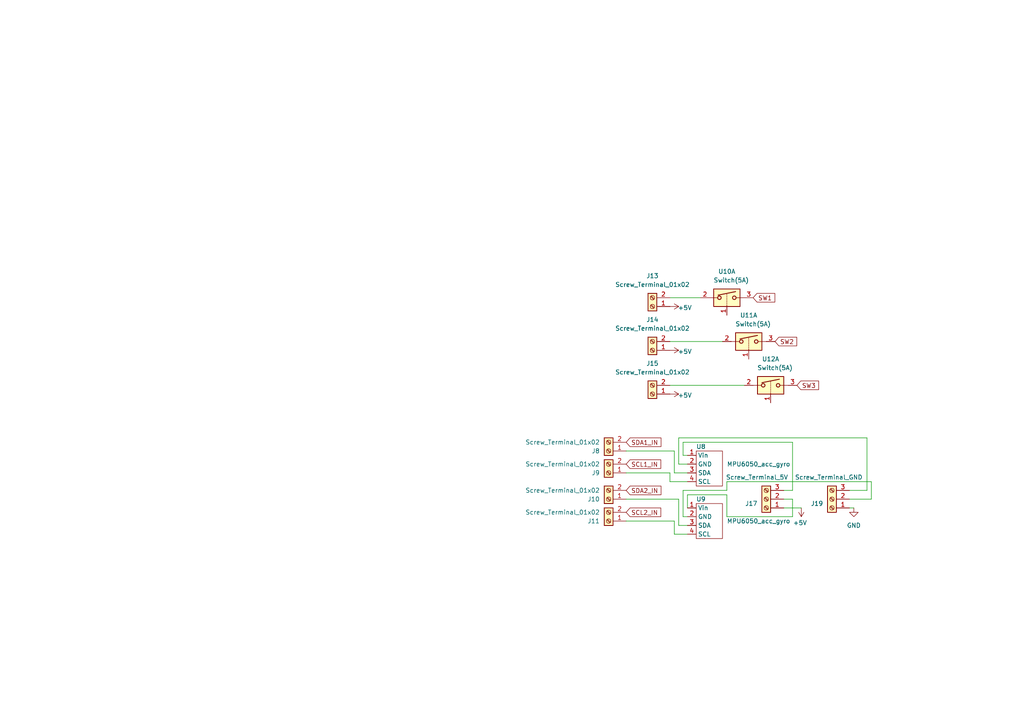
<source format=kicad_sch>
(kicad_sch (version 20211123) (generator eeschema)
  (paper "A4")
  (lib_symbols
    (symbol "Analog_Switch:DG308AxY"
      (property "Reference" "U" (at -3.175 5.334 0))
      (property "Value" "DG308AxY" (at -3.175 3.556 0))
      (symbol "DG308AxY_1_1"
        (rectangle (start -3.81 2.54) (end 3.81 -2.54) (stroke (width 0.254)) (fill (type background)))
        (circle (center -2.159 0) (radius 0.508) (stroke (width 0.254)))
        (polyline (pts (xy -5.08 0) (xy -2.794 0)))
        (polyline (pts (xy -2.54 0.762) (xy 2.54 1.778)) (stroke (width 0.254)))
        (polyline (pts (xy 0 -2.54) (xy 0 -2.032)))
        (polyline (pts (xy 0 -1.778) (xy 0 -1.524)))
        (polyline (pts (xy 0 -1.27) (xy 0 -1.016)))
        (polyline (pts (xy 0 -0.762) (xy 0 -0.508)))
        (polyline (pts (xy 0 -0.254) (xy 0 0)))
        (polyline (pts (xy 0 0.254) (xy 0 0.508)))
        (polyline (pts (xy 0 0.762) (xy 0 1.016)))
        (polyline (pts (xy 5.08 0) (xy 2.794 0)))
        (circle (center 2.159 0) (radius 0.508) (stroke (width 0.254)))
        (pin input line (at 0 -5.08 90) (length 2.54) (name "~") (number "1"))
        (pin passive line (at -7.62 0 0) (length 2.54) (name "~") (number "2"))
        (pin passive line (at 7.62 0 180) (length 2.54) (name "~") (number "3"))
      )
      (symbol "DG308AxY_2_1"
        (rectangle (start -3.81 2.54) (end 3.81 -2.54) (stroke (width 0.254)) (fill (type background)))
        (circle (center -2.159 0) (radius 0.508) (stroke (width 0.254)))
        (polyline (pts (xy -5.08 0) (xy -2.794 0)))
        (polyline (pts (xy -2.54 0.762) (xy 2.54 1.778)) (stroke (width 0.254)))
        (polyline (pts (xy 0 -2.54) (xy 0 -2.032)))
        (polyline (pts (xy 0 -1.778) (xy 0 -1.524)))
        (polyline (pts (xy 0 -1.27) (xy 0 -1.016)))
        (polyline (pts (xy 0 -0.762) (xy 0 -0.508)))
        (polyline (pts (xy 0 -0.254) (xy 0 0)))
        (polyline (pts (xy 0 0.254) (xy 0 0.508)))
        (polyline (pts (xy 0 0.762) (xy 0 1.016)))
        (polyline (pts (xy 5.08 0) (xy 2.794 0)))
        (circle (center 2.159 0) (radius 0.508) (stroke (width 0.254)))
        (pin passive line (at -7.62 0 0) (length 2.54) (name "~") (number "6"))
        (pin passive line (at 7.62 0 180) (length 2.54) (name "~") (number "7"))
        (pin input line (at 0 -5.08 90) (length 2.54) (name "~") (number "8"))
      )
      (symbol "DG308AxY_3_1"
        (rectangle (start -3.81 2.54) (end 3.81 -2.54) (stroke (width 0.254)) (fill (type background)))
        (circle (center -2.159 0) (radius 0.508) (stroke (width 0.254)))
        (polyline (pts (xy -5.08 0) (xy -2.794 0)))
        (polyline (pts (xy -2.54 0.762) (xy 2.54 1.778)) (stroke (width 0.254)))
        (polyline (pts (xy 0 -2.54) (xy 0 -2.032)))
        (polyline (pts (xy 0 -1.778) (xy 0 -1.524)))
        (polyline (pts (xy 0 -1.27) (xy 0 -1.016)))
        (polyline (pts (xy 0 -0.762) (xy 0 -0.508)))
        (polyline (pts (xy 0 -0.254) (xy 0 0)))
        (polyline (pts (xy 0 0.254) (xy 0 0.508)))
        (polyline (pts (xy 0 0.762) (xy 0 1.016)))
        (polyline (pts (xy 5.08 0) (xy 2.794 0)))
        (circle (center 2.159 0) (radius 0.508) (stroke (width 0.254)))
        (pin passive line (at -7.62 0 0) (length 2.54) (name "~") (number "10"))
        (pin passive line (at 7.62 0 180) (length 2.54) (name "~") (number "11"))
        (pin input line (at 0 -5.08 90) (length 2.54) (name "~") (number "9"))
      )
      (symbol "DG308AxY_4_1"
        (rectangle (start -3.81 2.54) (end 3.81 -2.54) (stroke (width 0.254)) (fill (type background)))
        (circle (center -2.159 0) (radius 0.508) (stroke (width 0.254)))
        (polyline (pts (xy -5.08 0) (xy -2.794 0)))
        (polyline (pts (xy -2.54 0.762) (xy 2.54 1.778)) (stroke (width 0.254)))
        (polyline (pts (xy 0 -2.54) (xy 0 -2.032)))
        (polyline (pts (xy 0 -1.778) (xy 0 -1.524)))
        (polyline (pts (xy 0 -1.27) (xy 0 -1.016)))
        (polyline (pts (xy 0 -0.762) (xy 0 -0.508)))
        (polyline (pts (xy 0 -0.254) (xy 0 0)))
        (polyline (pts (xy 0 0.254) (xy 0 0.508)))
        (polyline (pts (xy 0 0.762) (xy 0 1.016)))
        (polyline (pts (xy 5.08 0) (xy 2.794 0)))
        (circle (center 2.159 0) (radius 0.508) (stroke (width 0.254)))
        (pin passive line (at 7.62 0 180) (length 2.54) (name "~") (number "14"))
        (pin passive line (at -7.62 0 0) (length 2.54) (name "~") (number "15"))
        (pin input line (at 0 -5.08 90) (length 2.54) (name "~") (number "16"))
      )
      (symbol "DG308AxY_5_0"
        (pin no_connect line (at 2.54 10.16 270) (length 2.54) hide (name "NC") (number "12"))
        (pin power_in line (at 0 12.7 270) (length 2.54) (name "V+") (number "13"))
        (pin power_in line (at 2.54 -12.7 90) (length 2.54) (name "V-") (number "4"))
        (pin power_in line (at 0 -12.7 90) (length 2.54) (name "GND") (number "5"))
      )
      (symbol "DG308AxY_5_1"
        (rectangle (start -3.81 10.16) (end 6.35 -10.16) (stroke (width 0.254)) (fill (type background)))
      )
    )
    (symbol "Connector:Screw_Terminal_01x02" (pin_names (offset 1.016) hide)
      (property "Reference" "J" (at 0 2.54 0))
      (property "Value" "Screw_Terminal_01x02" (at 0 -5.08 0))
      (symbol "Screw_Terminal_01x02_1_1"
        (rectangle (start -1.27 1.27) (end 1.27 -3.81) (stroke (width 0.254)) (fill (type background)))
        (circle (center 0 -2.54) (radius 0.635) (stroke (width 0.1524)))
        (polyline (pts (xy -0.5334 -2.2098) (xy 0.3302 -3.048)) (stroke (width 0.1524)))
        (polyline (pts (xy -0.5334 0.3302) (xy 0.3302 -0.508)) (stroke (width 0.1524)))
        (polyline (pts (xy -0.3556 -2.032) (xy 0.508 -2.8702)) (stroke (width 0.1524)))
        (polyline (pts (xy -0.3556 0.508) (xy 0.508 -0.3302)) (stroke (width 0.1524)))
        (circle (center 0 0) (radius 0.635) (stroke (width 0.1524)))
        (pin passive line (at -5.08 0 0) (length 3.81) (name "Pin_1") (number "1"))
        (pin passive line (at -5.08 -2.54 0) (length 3.81) (name "Pin_2") (number "2"))
      )
    )
    (symbol "Connector:Screw_Terminal_01x03" (pin_names (offset 1.016) hide)
      (property "Reference" "J" (at 0 5.08 0))
      (property "Value" "Screw_Terminal_01x03" (at 0 -5.08 0))
      (symbol "Screw_Terminal_01x03_1_1"
        (rectangle (start -1.27 3.81) (end 1.27 -3.81) (stroke (width 0.254)) (fill (type background)))
        (circle (center 0 -2.54) (radius 0.635) (stroke (width 0.1524)))
        (polyline (pts (xy -0.5334 -2.2098) (xy 0.3302 -3.048)) (stroke (width 0.1524)))
        (polyline (pts (xy -0.5334 0.3302) (xy 0.3302 -0.508)) (stroke (width 0.1524)))
        (polyline (pts (xy -0.5334 2.8702) (xy 0.3302 2.032)) (stroke (width 0.1524)))
        (polyline (pts (xy -0.3556 -2.032) (xy 0.508 -2.8702)) (stroke (width 0.1524)))
        (polyline (pts (xy -0.3556 0.508) (xy 0.508 -0.3302)) (stroke (width 0.1524)))
        (polyline (pts (xy -0.3556 3.048) (xy 0.508 2.2098)) (stroke (width 0.1524)))
        (circle (center 0 0) (radius 0.635) (stroke (width 0.1524)))
        (circle (center 0 2.54) (radius 0.635) (stroke (width 0.1524)))
        (pin passive line (at -5.08 2.54 0) (length 3.81) (name "Pin_1") (number "1"))
        (pin passive line (at -5.08 0 0) (length 3.81) (name "Pin_2") (number "2"))
        (pin passive line (at -5.08 -2.54 0) (length 3.81) (name "Pin_3") (number "3"))
      )
    )
    (symbol "Sensor_library:MPU6050_acc_gyro"
      (property "Reference" "U" (at -2.54 5.08 0))
      (property "Value" "MPU6050_acc_gyro" (at 0 -8.89 0))
      (symbol "MPU6050_acc_gyro_0_1"
        (rectangle (start -3.81 3.81) (end 3.81 -6.35))
      )
      (symbol "MPU6050_acc_gyro_1_1"
        (pin input line (at -6.35 2.54 0) (length 2.54) (name "Vin") (number "1"))
        (pin passive line (at -6.35 0 0) (length 2.54) (name "GND") (number "2"))
        (pin bidirectional line (at -6.35 -2.54 0) (length 2.54) (name "SDA") (number "3"))
        (pin bidirectional line (at -6.35 -5.08 0) (length 2.54) (name "SCL") (number "4"))
      )
    )
    (symbol "power:+5V" (power) (pin_names (offset 0))
      (property "Value" "+5V" (at 0 3.556 0))
      (symbol "+5V_0_1"
        (polyline (pts (xy -0.762 1.27) (xy 0 2.54)))
        (polyline (pts (xy 0 0) (xy 0 2.54)))
        (polyline (pts (xy 0 2.54) (xy 0.762 1.27)))
      )
      (symbol "+5V_1_1"
        (pin power_in line (at 0 0 90) (length 0) hide (name "+5V") (number "1"))
      )
    )
    (symbol "power:GND" (power) (pin_names (offset 0))
      (property "Value" "GND" (at 0 -3.81 0))
      (symbol "GND_0_1"
        (polyline (pts (xy 0 0) (xy 0 -1.27) (xy 1.27 -1.27) (xy 0 -2.54) (xy -1.27 -1.27) (xy 0 -1.27)))
      )
      (symbol "GND_1_1"
        (pin power_in line (at 0 0 270) (length 0) hide (name "GND") (number "1"))
      )
    )
  )
  (wire (pts (xy 181.61 130.81) (xy 195.58 130.81)))
  (wire (pts (xy 196.85 152.4) (xy 199.39 152.4)))
  (wire (pts (xy 210.82 142.24) (xy 198.12 142.24)))
  (wire (pts (xy 229.87 128.27) (xy 198.12 128.27)))
  (wire (pts (xy 196.85 127) (xy 196.85 134.62)))
  (wire (pts (xy 229.87 128.27) (xy 229.87 142.24)))
  (wire (pts (xy 196.85 144.78) (xy 196.85 152.4)))
  (wire (pts (xy 194.31 111.76) (xy 215.9 111.76)))
  (wire (pts (xy 181.61 144.78) (xy 196.85 144.78)))
  (wire (pts (xy 195.58 137.16) (xy 199.39 137.16)))
  (wire (pts (xy 227.33 144.78) (xy 229.87 144.78)))
  (wire (pts (xy 252.73 144.78) (xy 252.73 139.7)))
  (wire (pts (xy 194.31 86.36) (xy 203.2 86.36)))
  (wire (pts (xy 181.61 151.13) (xy 195.58 151.13)))
  (wire (pts (xy 198.12 149.86) (xy 199.39 149.86)))
  (wire (pts (xy 194.31 139.7) (xy 199.39 139.7)))
  (wire (pts (xy 251.46 127) (xy 196.85 127)))
  (wire (pts (xy 229.87 144.78) (xy 229.87 149.86)))
  (wire (pts (xy 196.85 134.62) (xy 199.39 134.62)))
  (wire (pts (xy 199.39 143.51) (xy 199.39 147.32)))
  (wire (pts (xy 181.61 137.16) (xy 194.31 137.16)))
  (wire (pts (xy 198.12 128.27) (xy 198.12 132.08)))
  (wire (pts (xy 194.31 99.06) (xy 209.55 99.06)))
  (wire (pts (xy 194.31 137.16) (xy 194.31 139.7)))
  (wire (pts (xy 229.87 149.86) (xy 210.82 149.86)))
  (wire (pts (xy 232.41 147.32) (xy 227.33 147.32)))
  (wire (pts (xy 198.12 132.08) (xy 199.39 132.08)))
  (wire (pts (xy 198.12 142.24) (xy 198.12 149.86)))
  (wire (pts (xy 246.38 144.78) (xy 252.73 144.78)))
  (wire (pts (xy 195.58 151.13) (xy 195.58 154.94)))
  (wire (pts (xy 210.82 149.86) (xy 210.82 143.51)))
  (wire (pts (xy 195.58 130.81) (xy 195.58 137.16)))
  (wire (pts (xy 251.46 142.24) (xy 251.46 127)))
  (wire (pts (xy 252.73 139.7) (xy 210.82 139.7)))
  (wire (pts (xy 246.38 142.24) (xy 251.46 142.24)))
  (wire (pts (xy 247.65 147.32) (xy 246.38 147.32)))
  (wire (pts (xy 229.87 142.24) (xy 227.33 142.24)))
  (wire (pts (xy 210.82 139.7) (xy 210.82 142.24)))
  (wire (pts (xy 195.58 154.94) (xy 199.39 154.94)))
  (wire (pts (xy 210.82 143.51) (xy 199.39 143.51)))
  (global_label "SW2" (shape input) (at 224.79 99.06 0) (property "Intersheet References" "${INTERSHEET_REFS}" (effects hide)))
  (global_label "SW1" (shape input) (at 218.44 86.36 0) (property "Intersheet References" "${INTERSHEET_REFS}" (effects hide)))
  (global_label "SW3" (shape input) (at 231.14 111.76 0) (property "Intersheet References" "${INTERSHEET_REFS}" (effects hide)))
  (global_label "SCL2_IN" (shape input) (at 181.61 148.59 0) (property "Intersheet References" "${INTERSHEET_REFS}" (effects hide)))
  (global_label "SDA2_IN" (shape input) (at 181.61 142.24 0) (property "Intersheet References" "${INTERSHEET_REFS}" (effects hide)))
  (global_label "SDA1_IN" (shape input) (at 181.61 128.27 0) (property "Intersheet References" "${INTERSHEET_REFS}" (effects hide)))
  (global_label "SCL1_IN" (shape input) (at 181.61 134.62 0) (property "Intersheet References" "${INTERSHEET_REFS}" (effects hide)))
  (symbol (lib_id "power:+5V") (at 232.41 147.32 180) (unit 1)
    (property "Reference" "#PWR033" (effects hide))
    (property "Value" "+5V" (at 232.0417 151.6444 0))
  )
  (symbol (lib_id "Connector:Screw_Terminal_01x02") (at 189.23 114.3 180) (unit 1)
    (property "Reference" "J15" (at 189.23 105.41 0))
    (property "Value" "Screw_Terminal_01x02" (at 189.23 107.95 0))
  )
  (symbol (lib_id "Connector:Screw_Terminal_01x03") (at 241.3 144.78 180) (unit 1)
    (property "Reference" "J19" (at 238.76 146.0501 0) (effects (justify left)))
    (property "Value" "Screw_Terminal_GND" (at 250.19 138.43 0) (effects (justify left)))
  )
  (symbol (lib_id "Analog_Switch:DG308AxY") (at 217.17 99.06 0) (unit 1)
    (property "Reference" "U11" (at 217.17 91.44 0))
    (property "Value" "Switch(5A)" (at 218.44 93.98 0))
    (property "Footprint" "Package_SO:SOIC-16_3.9x9.9mm_P1.27mm" (effects hide))
    (property "Datasheet" "http://pdf.datasheetcatalog.com/datasheets/70/494502_DS.pdf" (effects hide))
  )
  (symbol (lib_id "Connector:Screw_Terminal_01x02") (at 189.23 88.9 180) (unit 1)
    (property "Reference" "J13" (at 189.23 80.01 0))
    (property "Value" "Screw_Terminal_01x02" (at 189.23 82.55 0))
  )
  (symbol (lib_id "Connector:Screw_Terminal_01x02") (at 176.53 137.16 180) (unit 1)
    (property "Reference" "J9" (at 173.99 137.1601 0) (effects (justify left)))
    (property "Value" "Screw_Terminal_01x02" (at 173.99 134.6201 0) (effects (justify left)))
  )
  (symbol (lib_id "Sensor_library:MPU6050_acc_gyro") (at 205.74 149.86 0) (unit 1)
    (property "Reference" "U9" (at 201.93 144.78 0) (effects (justify left)))
    (property "Value" "MPU6050_acc_gyro" (at 210.82 151.13 0) (effects (justify left)))
  )
  (symbol (lib_id "Sensor_library:MPU6050_acc_gyro") (at 205.74 134.62 0) (unit 1)
    (property "Reference" "U8" (at 201.93 129.54 0) (effects (justify left)))
    (property "Value" "MPU6050_acc_gyro" (at 210.82 134.62 0) (effects (justify left)))
  )
  (symbol (lib_id "Connector:Screw_Terminal_01x02") (at 189.23 101.6 180) (unit 1)
    (property "Reference" "J14" (at 189.23 92.71 0))
    (property "Value" "Screw_Terminal_01x02" (at 189.23 95.25 0))
  )
  (symbol (lib_id "power:GND") (at 247.65 147.32 0) (unit 1)
    (property "Reference" "#PWR034" (effects hide))
    (property "Value" "GND" (at 247.65 152.4 0))
  )
  (symbol (lib_id "Analog_Switch:DG308AxY") (at 210.82 86.36 0) (unit 1)
    (property "Reference" "U10" (at 210.82 78.74 0))
    (property "Value" "Switch(5A)" (at 212.09 81.28 0))
    (property "Footprint" "Package_SO:SOIC-16_3.9x9.9mm_P1.27mm" (effects hide))
    (property "Datasheet" "http://pdf.datasheetcatalog.com/datasheets/70/494502_DS.pdf" (effects hide))
  )
  (symbol (lib_id "power:+5V") (at 194.31 101.6 270) (unit 1)
    (property "Reference" "#PWR027" (effects hide))
    (property "Value" "+5V" (at 198.6344 101.9683 90))
  )
  (symbol (lib_id "Analog_Switch:DG308AxY") (at 223.52 111.76 0) (unit 1)
    (property "Reference" "U12" (at 223.52 104.14 0))
    (property "Value" "Switch(5A)" (at 224.79 106.68 0))
    (property "Footprint" "Package_SO:SOIC-16_3.9x9.9mm_P1.27mm" (effects hide))
    (property "Datasheet" "http://pdf.datasheetcatalog.com/datasheets/70/494502_DS.pdf" (effects hide))
  )
  (symbol (lib_id "Connector:Screw_Terminal_01x02") (at 176.53 144.78 180) (unit 1)
    (property "Reference" "J10" (at 173.99 144.7801 0) (effects (justify left)))
    (property "Value" "Screw_Terminal_01x02" (at 173.99 142.2401 0) (effects (justify left)))
  )
  (symbol (lib_id "power:+5V") (at 194.31 88.9 270) (unit 1)
    (property "Reference" "#PWR026" (effects hide))
    (property "Value" "+5V" (at 198.6344 89.2683 90))
  )
  (symbol (lib_id "Connector:Screw_Terminal_01x03") (at 222.25 144.78 180) (unit 1)
    (property "Reference" "J17" (at 219.71 146.0501 0) (effects (justify left)))
    (property "Value" "Screw_Terminal_5V" (at 228.6 138.43 0) (effects (justify left)))
  )
  (symbol (lib_id "power:+5V") (at 194.31 114.3 270) (unit 1)
    (property "Reference" "#PWR028" (effects hide))
    (property "Value" "+5V" (at 198.6344 114.6683 90))
  )
  (symbol (lib_id "Connector:Screw_Terminal_01x02") (at 176.53 130.81 180) (unit 1)
    (property "Reference" "J8" (at 173.99 130.8101 0) (effects (justify left)))
    (property "Value" "Screw_Terminal_01x02" (at 173.99 128.2701 0) (effects (justify left)))
  )
  (symbol (lib_id "Connector:Screw_Terminal_01x02") (at 176.53 151.13 180) (unit 1)
    (property "Reference" "J11" (at 173.99 151.1301 0) (effects (justify left)))
    (property "Value" "Screw_Terminal_01x02" (at 173.99 148.5901 0) (effects (justify left)))
  )
)
</source>
